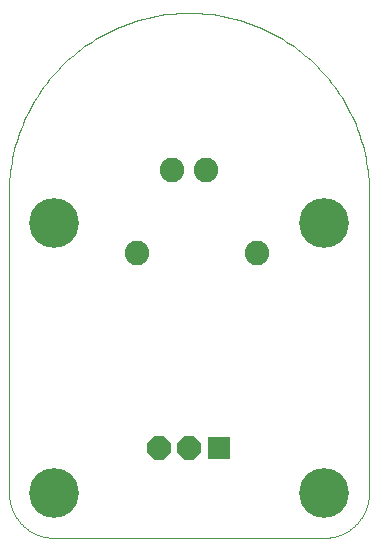
<source format=gts>
G75*
%MOIN*%
%OFA0B0*%
%FSLAX25Y25*%
%IPPOS*%
%LPD*%
%AMOC8*
5,1,8,0,0,1.08239X$1,22.5*
%
%ADD10C,0.08200*%
%ADD11C,0.16611*%
%ADD12C,0.00000*%
%ADD13OC8,0.07800*%
%ADD14R,0.07800X0.07800*%
D10*
X0046500Y0096500D03*
X0058300Y0124000D03*
X0069700Y0124000D03*
X0086500Y0096500D03*
D11*
X0109000Y0106500D03*
X0109000Y0016500D03*
X0019000Y0016500D03*
X0019000Y0106500D03*
D12*
X0004000Y0116500D02*
X0004000Y0016500D01*
X0004004Y0016138D01*
X0004018Y0015775D01*
X0004039Y0015413D01*
X0004070Y0015052D01*
X0004109Y0014692D01*
X0004157Y0014333D01*
X0004214Y0013975D01*
X0004279Y0013618D01*
X0004353Y0013263D01*
X0004436Y0012910D01*
X0004527Y0012559D01*
X0004626Y0012211D01*
X0004734Y0011865D01*
X0004850Y0011521D01*
X0004975Y0011181D01*
X0005107Y0010844D01*
X0005248Y0010510D01*
X0005397Y0010179D01*
X0005554Y0009852D01*
X0005718Y0009529D01*
X0005890Y0009210D01*
X0006070Y0008896D01*
X0006258Y0008585D01*
X0006453Y0008280D01*
X0006655Y0007979D01*
X0006865Y0007683D01*
X0007081Y0007393D01*
X0007305Y0007107D01*
X0007535Y0006827D01*
X0007772Y0006553D01*
X0008016Y0006285D01*
X0008266Y0006022D01*
X0008522Y0005766D01*
X0008785Y0005516D01*
X0009053Y0005272D01*
X0009327Y0005035D01*
X0009607Y0004805D01*
X0009893Y0004581D01*
X0010183Y0004365D01*
X0010479Y0004155D01*
X0010780Y0003953D01*
X0011085Y0003758D01*
X0011396Y0003570D01*
X0011710Y0003390D01*
X0012029Y0003218D01*
X0012352Y0003054D01*
X0012679Y0002897D01*
X0013010Y0002748D01*
X0013344Y0002607D01*
X0013681Y0002475D01*
X0014021Y0002350D01*
X0014365Y0002234D01*
X0014711Y0002126D01*
X0015059Y0002027D01*
X0015410Y0001936D01*
X0015763Y0001853D01*
X0016118Y0001779D01*
X0016475Y0001714D01*
X0016833Y0001657D01*
X0017192Y0001609D01*
X0017552Y0001570D01*
X0017913Y0001539D01*
X0018275Y0001518D01*
X0018638Y0001504D01*
X0019000Y0001500D01*
X0109000Y0001500D01*
X0109362Y0001504D01*
X0109725Y0001518D01*
X0110087Y0001539D01*
X0110448Y0001570D01*
X0110808Y0001609D01*
X0111167Y0001657D01*
X0111525Y0001714D01*
X0111882Y0001779D01*
X0112237Y0001853D01*
X0112590Y0001936D01*
X0112941Y0002027D01*
X0113289Y0002126D01*
X0113635Y0002234D01*
X0113979Y0002350D01*
X0114319Y0002475D01*
X0114656Y0002607D01*
X0114990Y0002748D01*
X0115321Y0002897D01*
X0115648Y0003054D01*
X0115971Y0003218D01*
X0116290Y0003390D01*
X0116604Y0003570D01*
X0116915Y0003758D01*
X0117220Y0003953D01*
X0117521Y0004155D01*
X0117817Y0004365D01*
X0118107Y0004581D01*
X0118393Y0004805D01*
X0118673Y0005035D01*
X0118947Y0005272D01*
X0119215Y0005516D01*
X0119478Y0005766D01*
X0119734Y0006022D01*
X0119984Y0006285D01*
X0120228Y0006553D01*
X0120465Y0006827D01*
X0120695Y0007107D01*
X0120919Y0007393D01*
X0121135Y0007683D01*
X0121345Y0007979D01*
X0121547Y0008280D01*
X0121742Y0008585D01*
X0121930Y0008896D01*
X0122110Y0009210D01*
X0122282Y0009529D01*
X0122446Y0009852D01*
X0122603Y0010179D01*
X0122752Y0010510D01*
X0122893Y0010844D01*
X0123025Y0011181D01*
X0123150Y0011521D01*
X0123266Y0011865D01*
X0123374Y0012211D01*
X0123473Y0012559D01*
X0123564Y0012910D01*
X0123647Y0013263D01*
X0123721Y0013618D01*
X0123786Y0013975D01*
X0123843Y0014333D01*
X0123891Y0014692D01*
X0123930Y0015052D01*
X0123961Y0015413D01*
X0123982Y0015775D01*
X0123996Y0016138D01*
X0124000Y0016500D01*
X0124000Y0116500D01*
X0123982Y0117961D01*
X0123929Y0119421D01*
X0123840Y0120880D01*
X0123716Y0122336D01*
X0123556Y0123788D01*
X0123361Y0125236D01*
X0123130Y0126679D01*
X0122865Y0128116D01*
X0122565Y0129546D01*
X0122230Y0130968D01*
X0121860Y0132382D01*
X0121456Y0133786D01*
X0121018Y0135180D01*
X0120546Y0136563D01*
X0120041Y0137934D01*
X0119502Y0139292D01*
X0118931Y0140637D01*
X0118327Y0141967D01*
X0117691Y0143283D01*
X0117023Y0144582D01*
X0116323Y0145865D01*
X0115592Y0147130D01*
X0114831Y0148378D01*
X0114040Y0149606D01*
X0113219Y0150815D01*
X0112369Y0152003D01*
X0111490Y0153170D01*
X0110583Y0154316D01*
X0109648Y0155439D01*
X0108686Y0156539D01*
X0107698Y0157615D01*
X0106684Y0158667D01*
X0105644Y0159694D01*
X0104580Y0160695D01*
X0103492Y0161671D01*
X0102380Y0162619D01*
X0101246Y0163540D01*
X0100089Y0164433D01*
X0098912Y0165297D01*
X0097713Y0166133D01*
X0096494Y0166939D01*
X0095256Y0167716D01*
X0094000Y0168462D01*
X0092726Y0169177D01*
X0091435Y0169861D01*
X0090127Y0170513D01*
X0088804Y0171133D01*
X0087466Y0171721D01*
X0086115Y0172276D01*
X0084750Y0172798D01*
X0083373Y0173286D01*
X0081984Y0173741D01*
X0080585Y0174162D01*
X0079176Y0174549D01*
X0077758Y0174901D01*
X0076332Y0175219D01*
X0074898Y0175502D01*
X0073458Y0175750D01*
X0072013Y0175963D01*
X0070562Y0176140D01*
X0069108Y0176282D01*
X0067651Y0176389D01*
X0066191Y0176460D01*
X0064731Y0176496D01*
X0063269Y0176496D01*
X0061809Y0176460D01*
X0060349Y0176389D01*
X0058892Y0176282D01*
X0057438Y0176140D01*
X0055987Y0175963D01*
X0054542Y0175750D01*
X0053102Y0175502D01*
X0051668Y0175219D01*
X0050242Y0174901D01*
X0048824Y0174549D01*
X0047415Y0174162D01*
X0046016Y0173741D01*
X0044627Y0173286D01*
X0043250Y0172798D01*
X0041885Y0172276D01*
X0040534Y0171721D01*
X0039196Y0171133D01*
X0037873Y0170513D01*
X0036565Y0169861D01*
X0035274Y0169177D01*
X0034000Y0168462D01*
X0032744Y0167716D01*
X0031506Y0166939D01*
X0030287Y0166133D01*
X0029088Y0165297D01*
X0027911Y0164433D01*
X0026754Y0163540D01*
X0025620Y0162619D01*
X0024508Y0161671D01*
X0023420Y0160695D01*
X0022356Y0159694D01*
X0021316Y0158667D01*
X0020302Y0157615D01*
X0019314Y0156539D01*
X0018352Y0155439D01*
X0017417Y0154316D01*
X0016510Y0153170D01*
X0015631Y0152003D01*
X0014781Y0150815D01*
X0013960Y0149606D01*
X0013169Y0148378D01*
X0012408Y0147130D01*
X0011677Y0145865D01*
X0010977Y0144582D01*
X0010309Y0143283D01*
X0009673Y0141967D01*
X0009069Y0140637D01*
X0008498Y0139292D01*
X0007959Y0137934D01*
X0007454Y0136563D01*
X0006982Y0135180D01*
X0006544Y0133786D01*
X0006140Y0132382D01*
X0005770Y0130968D01*
X0005435Y0129546D01*
X0005135Y0128116D01*
X0004870Y0126679D01*
X0004639Y0125236D01*
X0004444Y0123788D01*
X0004284Y0122336D01*
X0004160Y0120880D01*
X0004071Y0119421D01*
X0004018Y0117961D01*
X0004000Y0116500D01*
D13*
X0054000Y0031500D03*
X0064000Y0031500D03*
D14*
X0074000Y0031500D03*
M02*

</source>
